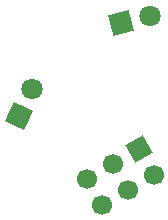
<source format=gbr>
%TF.GenerationSoftware,KiCad,Pcbnew,(6.0.9)*%
%TF.CreationDate,2025-01-09T11:17:18-08:00*%
%TF.ProjectId,CactusCon_2025_CNet_SAO,43616374-7573-4436-9f6e-5f323032355f,rev?*%
%TF.SameCoordinates,Original*%
%TF.FileFunction,Copper,L1,Top*%
%TF.FilePolarity,Positive*%
%FSLAX46Y46*%
G04 Gerber Fmt 4.6, Leading zero omitted, Abs format (unit mm)*
G04 Created by KiCad (PCBNEW (6.0.9)) date 2025-01-09 11:17:18*
%MOMM*%
%LPD*%
G01*
G04 APERTURE LIST*
G04 Aperture macros list*
%AMHorizOval*
0 Thick line with rounded ends*
0 $1 width*
0 $2 $3 position (X,Y) of the first rounded end (center of the circle)*
0 $4 $5 position (X,Y) of the second rounded end (center of the circle)*
0 Add line between two ends*
20,1,$1,$2,$3,$4,$5,0*
0 Add two circle primitives to create the rounded ends*
1,1,$1,$2,$3*
1,1,$1,$4,$5*%
%AMRotRect*
0 Rectangle, with rotation*
0 The origin of the aperture is its center*
0 $1 length*
0 $2 width*
0 $3 Rotation angle, in degrees counterclockwise*
0 Add horizontal line*
21,1,$1,$2,0,0,$3*%
G04 Aperture macros list end*
%TA.AperFunction,ComponentPad*%
%ADD10RotRect,1.700000X1.700000X120.000000*%
%TD*%
%TA.AperFunction,ComponentPad*%
%ADD11HorizOval,1.700000X0.000000X0.000000X0.000000X0.000000X0*%
%TD*%
%TA.AperFunction,ComponentPad*%
%ADD12RotRect,1.800000X1.800000X65.000000*%
%TD*%
%TA.AperFunction,ComponentPad*%
%ADD13C,1.800000*%
%TD*%
%TA.AperFunction,ComponentPad*%
%ADD14RotRect,1.800000X1.800000X15.000000*%
%TD*%
G04 APERTURE END LIST*
D10*
%TO.P,J1,1,Pin_1*%
%TO.N,unconnected-(J1-Pad1)*%
X157441714Y-107320328D03*
D11*
%TO.P,J1,2,Pin_2*%
%TO.N,unconnected-(J1-Pad2)*%
X158711714Y-109520033D03*
%TO.P,J1,3,Pin_3*%
%TO.N,unconnected-(J1-Pad3)*%
X155242009Y-108590328D03*
%TO.P,J1,4,Pin_4*%
%TO.N,unconnected-(J1-Pad4)*%
X156512009Y-110790033D03*
%TO.P,J1,5,Pin_5*%
%TO.N,+3.3V*%
X153042305Y-109860328D03*
%TO.P,J1,6,Pin_6*%
%TO.N,GND*%
X154312305Y-112060033D03*
%TD*%
D12*
%TO.P,D2,1,K*%
%TO.N,GND*%
X147261162Y-104555543D03*
D13*
%TO.P,D2,2,A*%
%TO.N,+3.3V*%
X148334612Y-102253521D03*
%TD*%
D14*
%TO.P,D1,1,K*%
%TO.N,GND*%
X155900000Y-96700000D03*
D13*
%TO.P,D1,2,A*%
%TO.N,+3.3V*%
X158353452Y-96042600D03*
%TD*%
M02*

</source>
